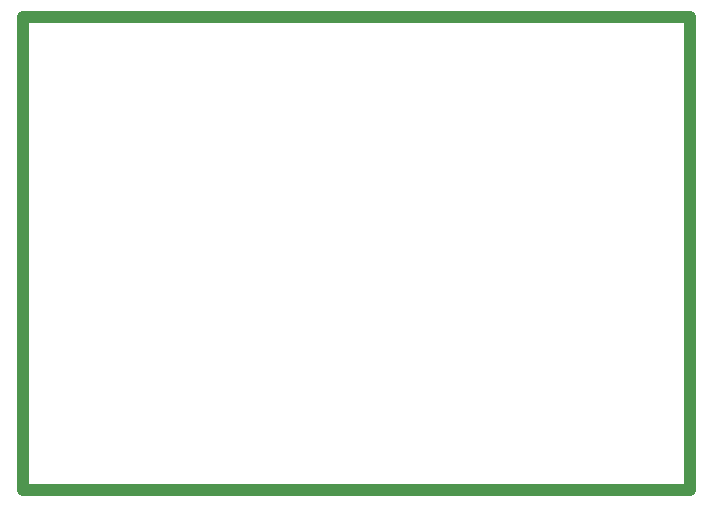
<source format=gm1>
G04*
G04 #@! TF.GenerationSoftware,Altium Limited,Altium Designer,22.9.1 (49)*
G04*
G04 Layer_Color=16711935*
%FSLAX44Y44*%
%MOMM*%
G71*
G04*
G04 #@! TF.SameCoordinates,24B0C1BF-96A6-467D-9BB2-DF91BAA7A13C*
G04*
G04*
G04 #@! TF.FilePolarity,Positive*
G04*
G01*
G75*
%ADD63C,1.0000*%
D63*
X2540Y5080D02*
X567692D01*
X2540Y405131D02*
X567692D01*
Y5080D02*
Y405131D01*
X2540Y5080D02*
Y405131D01*
M02*

</source>
